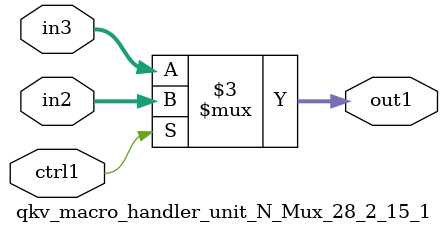
<source format=v>

`timescale 1ps / 1ps


module qkv_macro_handler_unit_N_Mux_28_2_15_1( in3, in2, ctrl1, out1 );

    input [27:0] in3;
    input [27:0] in2;
    input ctrl1;
    output [27:0] out1;
    reg [27:0] out1;

    
    // rtl_process:qkv_macro_handler_unit_N_Mux_28_2_15_1/qkv_macro_handler_unit_N_Mux_28_2_15_1_thread_1
    always @*
      begin : qkv_macro_handler_unit_N_Mux_28_2_15_1_thread_1
        case (ctrl1) 
          1'b1: 
            begin
              out1 = in2;
            end
          default: 
            begin
              out1 = in3;
            end
        endcase
      end

endmodule





</source>
